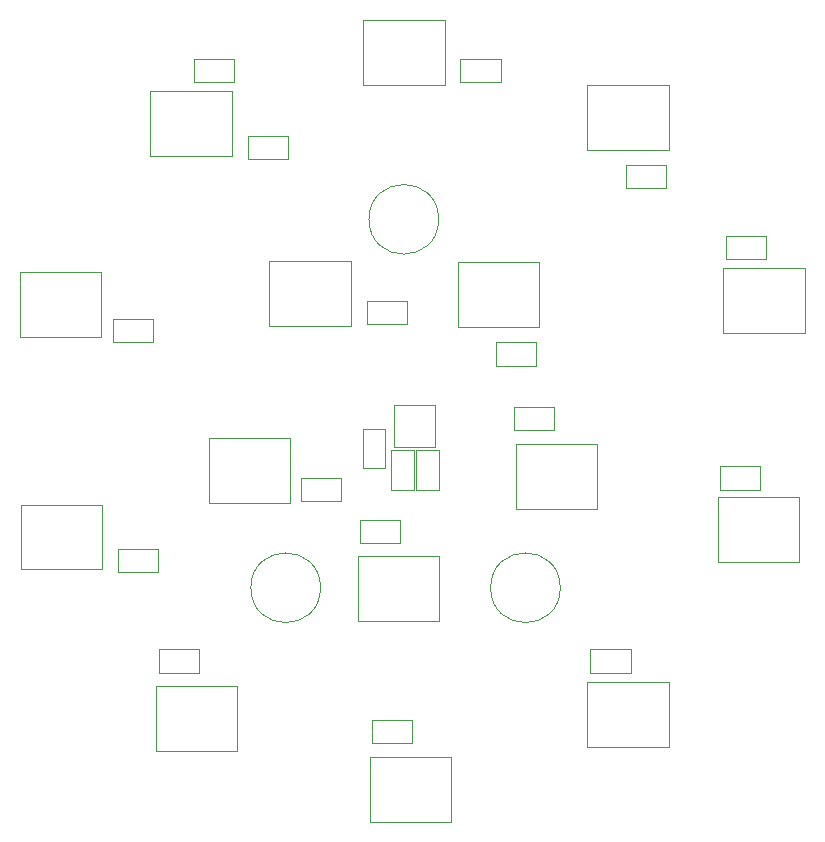
<source format=gbr>
G04 #@! TF.GenerationSoftware,KiCad,Pcbnew,8.0.4*
G04 #@! TF.CreationDate,2024-08-11T22:53:45+02:00*
G04 #@! TF.ProjectId,Haibadge_B,48616962-6164-4676-955f-422e6b696361,rev?*
G04 #@! TF.SameCoordinates,Original*
G04 #@! TF.FileFunction,Other,User*
%FSLAX46Y46*%
G04 Gerber Fmt 4.6, Leading zero omitted, Abs format (unit mm)*
G04 Created by KiCad (PCBNEW 8.0.4) date 2024-08-11 22:53:45*
%MOMM*%
%LPD*%
G01*
G04 APERTURE LIST*
%ADD10C,0.050000*%
G04 APERTURE END LIST*
D10*
G04 #@! TO.C,C1*
X126800000Y-115520000D02*
X130200000Y-115520000D01*
X126800000Y-117480000D02*
X126800000Y-115520000D01*
X130200000Y-115520000D02*
X130200000Y-117480000D01*
X130200000Y-117480000D02*
X126800000Y-117480000D01*
G04 #@! TO.C,R1*
X122232500Y-109050000D02*
X125592500Y-109050000D01*
X122232500Y-110950000D02*
X122232500Y-109050000D01*
X125592500Y-109050000D02*
X125592500Y-110950000D01*
X125592500Y-110950000D02*
X122232500Y-110950000D01*
G04 #@! TO.C,D4*
X167050000Y-126750000D02*
X167050000Y-132250000D01*
X167050000Y-132250000D02*
X173950000Y-132250000D01*
X173950000Y-126750000D02*
X167050000Y-126750000D01*
X173950000Y-132250000D02*
X173950000Y-126750000D01*
G04 #@! TO.C,C9*
X115800000Y-150520000D02*
X119200000Y-150520000D01*
X115800000Y-152480000D02*
X115800000Y-150520000D01*
X119200000Y-150520000D02*
X119200000Y-152480000D01*
X119200000Y-152480000D02*
X115800000Y-152480000D01*
G04 #@! TO.C,H3*
X153250000Y-153800000D02*
G75*
G02*
X147350000Y-153800000I-2950000J0D01*
G01*
X147350000Y-153800000D02*
G75*
G02*
X153250000Y-153800000I2950000J0D01*
G01*
G04 #@! TO.C,H2*
X132950000Y-153800000D02*
G75*
G02*
X127050000Y-153800000I-2950000J0D01*
G01*
X127050000Y-153800000D02*
G75*
G02*
X132950000Y-153800000I2950000J0D01*
G01*
G04 #@! TO.C,D13*
X149500000Y-141600000D02*
X149500000Y-147100000D01*
X149500000Y-147100000D02*
X156400000Y-147100000D01*
X156400000Y-141600000D02*
X149500000Y-141600000D01*
X156400000Y-147100000D02*
X156400000Y-141600000D01*
G04 #@! TO.C,H1*
X142950000Y-122600000D02*
G75*
G02*
X137050000Y-122600000I-2950000J0D01*
G01*
X137050000Y-122600000D02*
G75*
G02*
X142950000Y-122600000I2950000J0D01*
G01*
G04 #@! TO.C,D8*
X119000000Y-162100000D02*
X119000000Y-167600000D01*
X119000000Y-167600000D02*
X125900000Y-167600000D01*
X125900000Y-162100000D02*
X119000000Y-162100000D01*
X125900000Y-167600000D02*
X125900000Y-162100000D01*
G04 #@! TO.C,C2*
X144800000Y-109020000D02*
X148200000Y-109020000D01*
X144800000Y-110980000D02*
X144800000Y-109020000D01*
X148200000Y-109020000D02*
X148200000Y-110980000D01*
X148200000Y-110980000D02*
X144800000Y-110980000D01*
G04 #@! TO.C,D2*
X136550000Y-105750000D02*
X136550000Y-111250000D01*
X136550000Y-111250000D02*
X143450000Y-111250000D01*
X143450000Y-105750000D02*
X136550000Y-105750000D01*
X143450000Y-111250000D02*
X143450000Y-105750000D01*
G04 #@! TO.C,D11*
X128600000Y-126100000D02*
X128600000Y-131600000D01*
X128600000Y-131600000D02*
X135500000Y-131600000D01*
X135500000Y-126100000D02*
X128600000Y-126100000D01*
X135500000Y-131600000D02*
X135500000Y-126100000D01*
G04 #@! TO.C,D12*
X144550000Y-126250000D02*
X144550000Y-131750000D01*
X144550000Y-131750000D02*
X151450000Y-131750000D01*
X151450000Y-126250000D02*
X144550000Y-126250000D01*
X151450000Y-131750000D02*
X151450000Y-126250000D01*
G04 #@! TO.C,D15*
X123500000Y-141100000D02*
X123500000Y-146600000D01*
X123500000Y-146600000D02*
X130400000Y-146600000D01*
X130400000Y-141100000D02*
X123500000Y-141100000D01*
X130400000Y-146600000D02*
X130400000Y-141100000D01*
G04 #@! TO.C,C7*
X137300000Y-165020000D02*
X140700000Y-165020000D01*
X137300000Y-166980000D02*
X137300000Y-165020000D01*
X140700000Y-165020000D02*
X140700000Y-166980000D01*
X140700000Y-166980000D02*
X137300000Y-166980000D01*
G04 #@! TO.C,C10*
X115350000Y-131020000D02*
X118750000Y-131020000D01*
X115350000Y-132980000D02*
X115350000Y-131020000D01*
X118750000Y-131020000D02*
X118750000Y-132980000D01*
X118750000Y-132980000D02*
X115350000Y-132980000D01*
G04 #@! TO.C,C11*
X136850000Y-129520000D02*
X140250000Y-129520000D01*
X136850000Y-131480000D02*
X136850000Y-129520000D01*
X140250000Y-129520000D02*
X140250000Y-131480000D01*
X140250000Y-131480000D02*
X136850000Y-131480000D01*
G04 #@! TO.C,D6*
X155550000Y-161750000D02*
X155550000Y-167250000D01*
X155550000Y-167250000D02*
X162450000Y-167250000D01*
X162450000Y-161750000D02*
X155550000Y-161750000D01*
X162450000Y-167250000D02*
X162450000Y-161750000D01*
G04 #@! TO.C,C13*
X149300000Y-138520000D02*
X152700000Y-138520000D01*
X149300000Y-140480000D02*
X149300000Y-138520000D01*
X152700000Y-138520000D02*
X152700000Y-140480000D01*
X152700000Y-140480000D02*
X149300000Y-140480000D01*
G04 #@! TO.C,C17*
X138920000Y-142150000D02*
X140880000Y-142150000D01*
X138920000Y-145550000D02*
X138920000Y-142150000D01*
X140880000Y-142150000D02*
X140880000Y-145550000D01*
X140880000Y-145550000D02*
X138920000Y-145550000D01*
G04 #@! TO.C,R3*
X136550000Y-140320000D02*
X138450000Y-140320000D01*
X136550000Y-143680000D02*
X136550000Y-140320000D01*
X138450000Y-140320000D02*
X138450000Y-143680000D01*
X138450000Y-143680000D02*
X136550000Y-143680000D01*
G04 #@! TO.C,C15*
X131300000Y-144520000D02*
X134700000Y-144520000D01*
X131300000Y-146480000D02*
X131300000Y-144520000D01*
X134700000Y-144520000D02*
X134700000Y-146480000D01*
X134700000Y-146480000D02*
X131300000Y-146480000D01*
G04 #@! TO.C,D14*
X136100000Y-151100000D02*
X136100000Y-156600000D01*
X136100000Y-156600000D02*
X143000000Y-156600000D01*
X143000000Y-151100000D02*
X136100000Y-151100000D01*
X143000000Y-156600000D02*
X143000000Y-151100000D01*
G04 #@! TO.C,C3*
X158800000Y-118020000D02*
X162200000Y-118020000D01*
X158800000Y-119980000D02*
X158800000Y-118020000D01*
X162200000Y-118020000D02*
X162200000Y-119980000D01*
X162200000Y-119980000D02*
X158800000Y-119980000D01*
G04 #@! TO.C,C12*
X147800000Y-133020000D02*
X151200000Y-133020000D01*
X147800000Y-134980000D02*
X147800000Y-133020000D01*
X151200000Y-133020000D02*
X151200000Y-134980000D01*
X151200000Y-134980000D02*
X147800000Y-134980000D01*
G04 #@! TO.C,C5*
X166800000Y-143520000D02*
X170200000Y-143520000D01*
X166800000Y-145480000D02*
X166800000Y-143520000D01*
X170200000Y-143520000D02*
X170200000Y-145480000D01*
X170200000Y-145480000D02*
X166800000Y-145480000D01*
G04 #@! TO.C,D7*
X137100000Y-168100000D02*
X137100000Y-173600000D01*
X137100000Y-173600000D02*
X144000000Y-173600000D01*
X144000000Y-168100000D02*
X137100000Y-168100000D01*
X144000000Y-173600000D02*
X144000000Y-168100000D01*
G04 #@! TO.C,C8*
X119300000Y-159020000D02*
X122700000Y-159020000D01*
X119300000Y-160980000D02*
X119300000Y-159020000D01*
X122700000Y-159020000D02*
X122700000Y-160980000D01*
X122700000Y-160980000D02*
X119300000Y-160980000D01*
G04 #@! TO.C,C4*
X167300000Y-124020000D02*
X170700000Y-124020000D01*
X167300000Y-125980000D02*
X167300000Y-124020000D01*
X170700000Y-124020000D02*
X170700000Y-125980000D01*
X170700000Y-125980000D02*
X167300000Y-125980000D01*
G04 #@! TO.C,D9*
X107550000Y-146750000D02*
X107550000Y-152250000D01*
X107550000Y-152250000D02*
X114450000Y-152250000D01*
X114450000Y-146750000D02*
X107550000Y-146750000D01*
X114450000Y-152250000D02*
X114450000Y-146750000D01*
G04 #@! TO.C,U6*
X139150000Y-138362500D02*
X139150000Y-141862500D01*
X139150000Y-141862500D02*
X142650000Y-141862500D01*
X142650000Y-138362500D02*
X139150000Y-138362500D01*
X142650000Y-141862500D02*
X142650000Y-138362500D01*
G04 #@! TO.C,D3*
X155550000Y-111250000D02*
X155550000Y-116750000D01*
X155550000Y-116750000D02*
X162450000Y-116750000D01*
X162450000Y-111250000D02*
X155550000Y-111250000D01*
X162450000Y-116750000D02*
X162450000Y-111250000D01*
G04 #@! TO.C,D10*
X107500000Y-127100000D02*
X107500000Y-132600000D01*
X107500000Y-132600000D02*
X114400000Y-132600000D01*
X114400000Y-127100000D02*
X107500000Y-127100000D01*
X114400000Y-132600000D02*
X114400000Y-127100000D01*
G04 #@! TO.C,D5*
X166600000Y-146100000D02*
X166600000Y-151600000D01*
X166600000Y-151600000D02*
X173500000Y-151600000D01*
X173500000Y-146100000D02*
X166600000Y-146100000D01*
X173500000Y-151600000D02*
X173500000Y-146100000D01*
G04 #@! TO.C,C14*
X136300000Y-148020000D02*
X139700000Y-148020000D01*
X136300000Y-149980000D02*
X136300000Y-148020000D01*
X139700000Y-148020000D02*
X139700000Y-149980000D01*
X139700000Y-149980000D02*
X136300000Y-149980000D01*
G04 #@! TO.C,C18*
X141020000Y-142150000D02*
X142980000Y-142150000D01*
X141020000Y-145550000D02*
X141020000Y-142150000D01*
X142980000Y-142150000D02*
X142980000Y-145550000D01*
X142980000Y-145550000D02*
X141020000Y-145550000D01*
G04 #@! TO.C,C6*
X155800000Y-159020000D02*
X159200000Y-159020000D01*
X155800000Y-160980000D02*
X155800000Y-159020000D01*
X159200000Y-159020000D02*
X159200000Y-160980000D01*
X159200000Y-160980000D02*
X155800000Y-160980000D01*
G04 #@! TO.C,D1*
X118550000Y-111750000D02*
X118550000Y-117250000D01*
X118550000Y-117250000D02*
X125450000Y-117250000D01*
X125450000Y-111750000D02*
X118550000Y-111750000D01*
X125450000Y-117250000D02*
X125450000Y-111750000D01*
G04 #@! TD*
M02*

</source>
